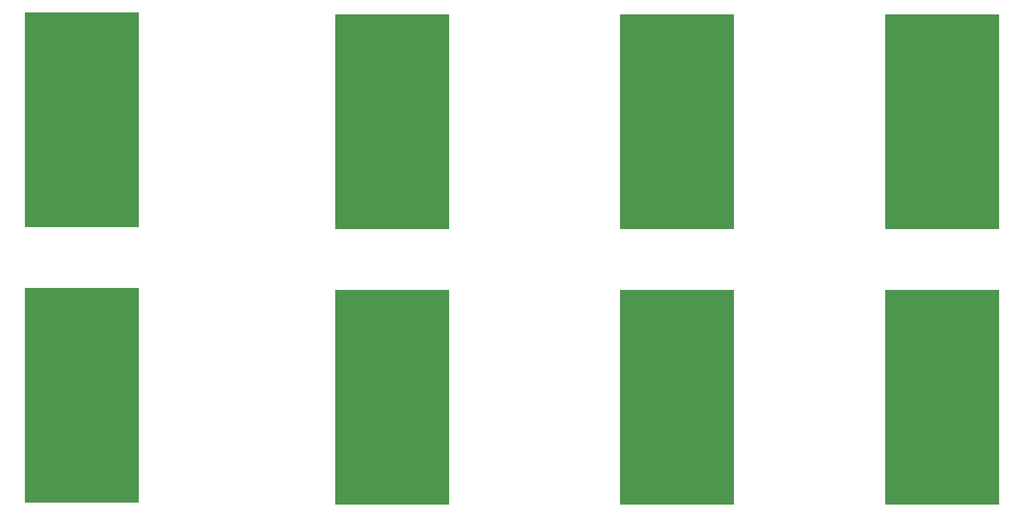
<source format=gbr>
G04 EasyPC Gerber Version 21.0.3 Build 4286 *
G04 #@! TF.Part,Single*
G04 #@! TF.FileFunction,Paste,Top *
G04 #@! TF.FilePolarity,Positive *
%FSLAX35Y35*%
%MOIN*%
G04 #@! TA.AperFunction,SMDPad*
%ADD120R,0.58455X1.09636*%
X0Y0D02*
D02*
D120*
X51175Y238124D03*
Y378380D03*
X209325Y237120D03*
Y377376D03*
X354325Y237120D03*
Y377376D03*
X489325Y237120D03*
Y377376D03*
X0Y0D02*
M02*

</source>
